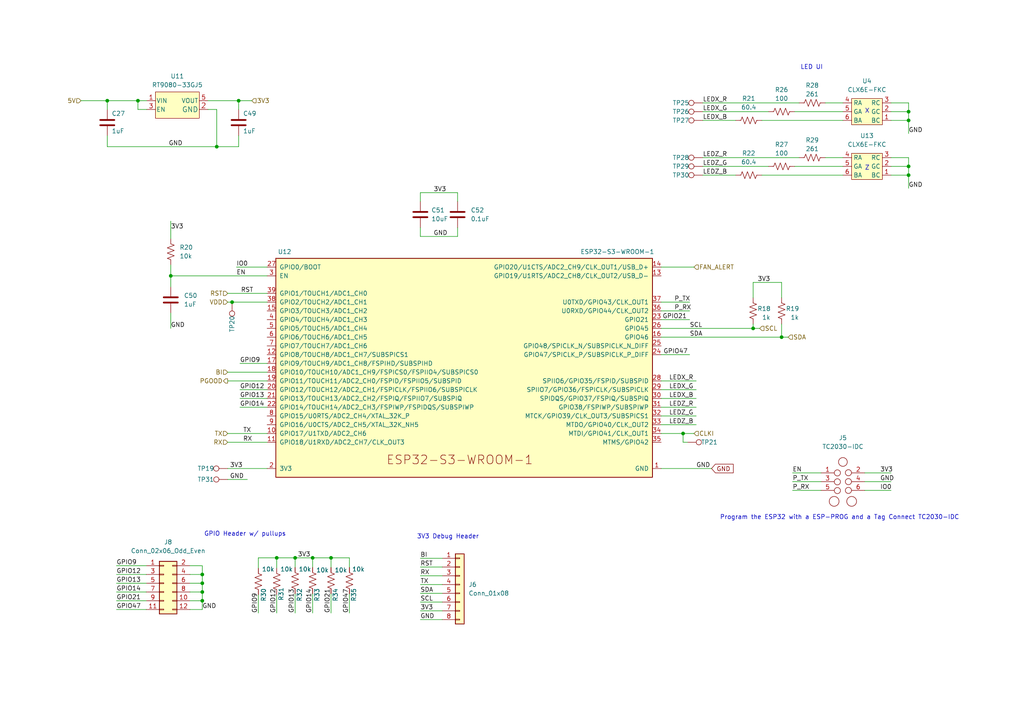
<source format=kicad_sch>
(kicad_sch (version 20211123) (generator eeschema)
  (paper "A4")
  (lib_symbols
    (symbol "CLX6E-FKC_1"
      (property "Reference" "U" (at 3.81 5.08 0))
      (property "Value" "CLX6E-FKC_1" (at 1.27 -5.08 0))
      (symbol "CLX6E-FKC_1_0_1"
        (rectangle (start -3.81 3.81) (end 5.08 -3.81) (stroke (width 0.1524)) (fill (type background)))
      )
      (symbol "CLX6E-FKC_1_1_1"
        (pin bidirectional line (at 7.62 -2.54 180) (length 2.54) (name "BC") (number "1"))
        (pin bidirectional line (at 7.62 0 180) (length 2.54) (name "GC") (number "2"))
        (pin bidirectional line (at 7.62 2.54 180) (length 2.54) (name "RC") (number "3"))
        (pin bidirectional line (at -6.35 2.54 0) (length 2.54) (name "RA") (number "4"))
        (pin bidirectional line (at -6.35 0 0) (length 2.54) (name "GA") (number "5"))
        (pin input line (at -6.35 -2.54 0) (length 2.54) (name "BA") (number "6"))
      )
    )
    (symbol "Connector:TestPoint" (pin_numbers hide) (pin_names (offset 0.762) hide)
      (property "Reference" "TP" (at 0 6.858 0))
      (property "Value" "TestPoint" (at 0 5.08 0))
      (symbol "TestPoint_0_1"
        (circle (center 0 3.302) (radius 0.762))
      )
      (symbol "TestPoint_1_1"
        (pin passive line (at 0 0 90) (length 2.54) (name "1") (number "1"))
      )
    )
    (symbol "Connector_Generic:Conn_01x08" (pin_names (offset 1.016) hide)
      (property "Reference" "J" (at 0 10.16 0))
      (property "Value" "Conn_01x08" (at 0 -12.7 0))
      (symbol "Conn_01x08_1_1"
        (rectangle (start -1.27 -10.033) (end 0 -10.287) (stroke (width 0.1524)))
        (rectangle (start -1.27 -7.493) (end 0 -7.747) (stroke (width 0.1524)))
        (rectangle (start -1.27 -4.953) (end 0 -5.207) (stroke (width 0.1524)))
        (rectangle (start -1.27 -2.413) (end 0 -2.667) (stroke (width 0.1524)))
        (rectangle (start -1.27 0.127) (end 0 -0.127) (stroke (width 0.1524)))
        (rectangle (start -1.27 2.667) (end 0 2.413) (stroke (width 0.1524)))
        (rectangle (start -1.27 5.207) (end 0 4.953) (stroke (width 0.1524)))
        (rectangle (start -1.27 7.747) (end 0 7.493) (stroke (width 0.1524)))
        (rectangle (start -1.27 8.89) (end 1.27 -11.43) (stroke (width 0.254)) (fill (type background)))
        (pin passive line (at -5.08 7.62 0) (length 3.81) (name "Pin_1") (number "1"))
        (pin passive line (at -5.08 5.08 0) (length 3.81) (name "Pin_2") (number "2"))
        (pin passive line (at -5.08 2.54 0) (length 3.81) (name "Pin_3") (number "3"))
        (pin passive line (at -5.08 0 0) (length 3.81) (name "Pin_4") (number "4"))
        (pin passive line (at -5.08 -2.54 0) (length 3.81) (name "Pin_5") (number "5"))
        (pin passive line (at -5.08 -5.08 0) (length 3.81) (name "Pin_6") (number "6"))
        (pin passive line (at -5.08 -7.62 0) (length 3.81) (name "Pin_7") (number "7"))
        (pin passive line (at -5.08 -10.16 0) (length 3.81) (name "Pin_8") (number "8"))
      )
    )
    (symbol "Connector_Generic:Conn_02x06_Odd_Even" (pin_names (offset 1.016) hide)
      (property "Reference" "J" (at 1.27 7.62 0))
      (property "Value" "Conn_02x06_Odd_Even" (at 1.27 -10.16 0))
      (symbol "Conn_02x06_Odd_Even_1_1"
        (rectangle (start -1.27 -7.493) (end 0 -7.747) (stroke (width 0.1524)))
        (rectangle (start -1.27 -4.953) (end 0 -5.207) (stroke (width 0.1524)))
        (rectangle (start -1.27 -2.413) (end 0 -2.667) (stroke (width 0.1524)))
        (rectangle (start -1.27 0.127) (end 0 -0.127) (stroke (width 0.1524)))
        (rectangle (start -1.27 2.667) (end 0 2.413) (stroke (width 0.1524)))
        (rectangle (start -1.27 5.207) (end 0 4.953) (stroke (width 0.1524)))
        (rectangle (start -1.27 6.35) (end 3.81 -8.89) (stroke (width 0.254)) (fill (type background)))
        (rectangle (start 3.81 -7.493) (end 2.54 -7.747) (stroke (width 0.1524)))
        (rectangle (start 3.81 -4.953) (end 2.54 -5.207) (stroke (width 0.1524)))
        (rectangle (start 3.81 -2.413) (end 2.54 -2.667) (stroke (width 0.1524)))
        (rectangle (start 3.81 0.127) (end 2.54 -0.127) (stroke (width 0.1524)))
        (rectangle (start 3.81 2.667) (end 2.54 2.413) (stroke (width 0.1524)))
        (rectangle (start 3.81 5.207) (end 2.54 4.953) (stroke (width 0.1524)))
        (pin passive line (at -5.08 5.08 0) (length 3.81) (name "Pin_1") (number "1"))
        (pin passive line (at 7.62 -5.08 180) (length 3.81) (name "Pin_10") (number "10"))
        (pin passive line (at -5.08 -7.62 0) (length 3.81) (name "Pin_11") (number "11"))
        (pin passive line (at 7.62 -7.62 180) (length 3.81) (name "Pin_12") (number "12"))
        (pin passive line (at 7.62 5.08 180) (length 3.81) (name "Pin_2") (number "2"))
        (pin passive line (at -5.08 2.54 0) (length 3.81) (name "Pin_3") (number "3"))
        (pin passive line (at 7.62 2.54 180) (length 3.81) (name "Pin_4") (number "4"))
        (pin passive line (at -5.08 0 0) (length 3.81) (name "Pin_5") (number "5"))
        (pin passive line (at 7.62 0 180) (length 3.81) (name "Pin_6") (number "6"))
        (pin passive line (at -5.08 -2.54 0) (length 3.81) (name "Pin_7") (number "7"))
        (pin passive line (at 7.62 -2.54 180) (length 3.81) (name "Pin_8") (number "8"))
        (pin passive line (at -5.08 -5.08 0) (length 3.81) (name "Pin_9") (number "9"))
      )
    )
    (symbol "Device:C" (pin_numbers hide) (pin_names (offset 0.254))
      (property "Reference" "C" (at 0.635 2.54 0))
      (property "Value" "C" (at 0.635 -2.54 0))
      (symbol "C_0_1"
        (polyline (pts (xy -2.032 -0.762) (xy 2.032 -0.762)) (stroke (width 0.508)))
        (polyline (pts (xy -2.032 0.762) (xy 2.032 0.762)) (stroke (width 0.508)))
      )
      (symbol "C_1_1"
        (pin passive line (at 0 3.81 270) (length 2.794) (name "~") (number "1"))
        (pin passive line (at 0 -3.81 90) (length 2.794) (name "~") (number "2"))
      )
    )
    (symbol "Device:R_US" (pin_numbers hide) (pin_names (offset 0))
      (property "Reference" "R" (at 2.54 0 90))
      (property "Value" "R_US" (at -2.54 0 90))
      (symbol "R_US_0_1"
        (polyline (pts (xy 0 -2.286) (xy 0 -2.54)))
        (polyline (pts (xy 0 2.286) (xy 0 2.54)))
        (polyline (pts (xy 0 -0.762) (xy 1.016 -1.143) (xy 0 -1.524) (xy -1.016 -1.905) (xy 0 -2.286)))
        (polyline (pts (xy 0 0.762) (xy 1.016 0.381) (xy 0 0) (xy -1.016 -0.381) (xy 0 -0.762)))
        (polyline (pts (xy 0 2.286) (xy 1.016 1.905) (xy 0 1.524) (xy -1.016 1.143) (xy 0 0.762)))
      )
      (symbol "R_US_1_1"
        (pin passive line (at 0 3.81 270) (length 1.27) (name "~") (number "1"))
        (pin passive line (at 0 -3.81 90) (length 1.27) (name "~") (number "2"))
      )
    )
    (symbol "Espressif:ESP32-S3-WROOM-1" (pin_names (offset 1.016))
      (property "Reference" "U" (at -53.34 38.1 0))
      (property "Value" "ESP32-S3-WROOM-1" (at -53.34 35.56 0))
      (symbol "ESP32-S3-WROOM-1_0_0"
        (rectangle (start -53.34 33.02) (end 55.88 -30.48) (stroke (width 0.254)) (fill (type background)))
        (text "ESP32-S3-WROOM-1" (at 0 -25.4 0) (effects (font (size 2.54 2.54))))
        (pin power_in line (at 58.42 -27.94 180) (length 2.54) (name "GND") (number "1"))
        (pin bidirectional line (at -55.88 -17.78 0) (length 2.54) (name "GPIO17/U1TXD/ADC2_CH6") (number "10"))
        (pin bidirectional line (at -55.88 -20.32 0) (length 2.54) (name "GPIO18/U1RXD/ADC2_CH7/CLK_OUT3") (number "11"))
        (pin bidirectional line (at -55.88 5.08 0) (length 2.54) (name "GPIO8/TOUCH8/ADC1_CH7/SUBSPICS1") (number "12"))
        (pin bidirectional line (at 58.42 27.94 180) (length 2.54) (name "GPIO19/U1RTS/ADC2_CH8/CLK_OUT2/USB_D-") (number "13"))
        (pin bidirectional line (at 58.42 30.48 180) (length 2.54) (name "GPIO20/U1CTS/ADC2_CH9/CLK_OUT1/USB_D+") (number "14"))
        (pin bidirectional line (at -55.88 17.78 0) (length 2.54) (name "GPIO3/TOUCH3/ADC1_CH2") (number "15"))
        (pin bidirectional line (at 58.42 10.16 180) (length 2.54) (name "GPIO46") (number "16"))
        (pin bidirectional line (at -55.88 2.54 0) (length 2.54) (name "GPIO9/TOUCH9/ADC1_CH8/FSPIHD/SUBSPIHD") (number "17"))
        (pin bidirectional line (at -55.88 0 0) (length 2.54) (name "GPIO10/TOUCH10/ADC1_CH9/FSPICS0/FSPIIO4/SUBSPICS0") (number "18"))
        (pin bidirectional line (at -55.88 -2.54 0) (length 2.54) (name "GPIO11/TOUCH11/ADC2_CH0/FSPID/FSPIIO5/SUBSPID") (number "19"))
        (pin power_in line (at -55.88 -27.94 0) (length 2.54) (name "3V3") (number "2"))
        (pin bidirectional line (at -55.88 -5.08 0) (length 2.54) (name "GPIO12/TOUCH12/ADC2_CH1/FSPICLK/FSPIIO6/SUBSPICLK") (number "20"))
        (pin bidirectional line (at -55.88 -7.62 0) (length 2.54) (name "GPIO13/TOUCH13/ADC2_CH2/FSPIQ/FSPIIO7/SUBSPIQ") (number "21"))
        (pin bidirectional line (at -55.88 -10.16 0) (length 2.54) (name "GPIO14/TOUCH14/ADC2_CH3/FSPIWP/FSPIDQS/SUBSPIWP") (number "22"))
        (pin bidirectional line (at 58.42 15.24 180) (length 2.54) (name "GPIO21") (number "23"))
        (pin bidirectional line (at 58.42 5.08 180) (length 2.54) (name "GPIO47/SPICLK_P/SUBSPICLK_P_DIFF") (number "24"))
        (pin bidirectional line (at 58.42 7.62 180) (length 2.54) (name "GPIO48/SPICLK_N/SUBSPICLK_N_DIFF") (number "25"))
        (pin bidirectional line (at 58.42 12.7 180) (length 2.54) (name "GPIO45") (number "26"))
        (pin bidirectional line (at -55.88 30.48 0) (length 2.54) (name "GPIO0/BOOT") (number "27"))
        (pin bidirectional line (at 58.42 -2.54 180) (length 2.54) (name "SPIIO6/GPIO35/FSPID/SUBSPID") (number "28"))
        (pin bidirectional line (at 58.42 -5.08 180) (length 2.54) (name "SPIIO7/GPIO36/FSPICLK/SUBSPICLK") (number "29"))
        (pin input line (at -55.88 27.94 0) (length 2.54) (name "EN") (number "3"))
        (pin bidirectional line (at 58.42 -7.62 180) (length 2.54) (name "SPIDQS/GPIO37/FSPIQ/SUBSPIQ") (number "30"))
        (pin bidirectional line (at 58.42 -10.16 180) (length 2.54) (name "GPIO38/FSPIWP/SUBSPIWP") (number "31"))
        (pin bidirectional line (at 58.42 -12.7 180) (length 2.54) (name "MTCK/GPIO39/CLK_OUT3/SUBSPICS1") (number "32"))
        (pin bidirectional line (at 58.42 -15.24 180) (length 2.54) (name "MTDO/GPIO40/CLK_OUT2") (number "33"))
        (pin bidirectional line (at 58.42 -17.78 180) (length 2.54) (name "MTDI/GPIO41/CLK_OUT1") (number "34"))
        (pin bidirectional line (at 58.42 -20.32 180) (length 2.54) (name "MTMS/GPIO42") (number "35"))
        (pin bidirectional line (at 58.42 17.78 180) (length 2.54) (name "U0RXD/GPIO44/CLK_OUT2") (number "36"))
        (pin bidirectional line (at 58.42 20.32 180) (length 2.54) (name "U0TXD/GPIO43/CLK_OUT1") (number "37"))
        (pin bidirectional line (at -55.88 20.32 0) (length 2.54) (name "GPIO2/TOUCH2/ADC1_CH1") (number "38"))
        (pin bidirectional line (at -55.88 22.86 0) (length 2.54) (name "GPIO1/TOUCH1/ADC1_CH0") (number "39"))
        (pin bidirectional line (at -55.88 15.24 0) (length 2.54) (name "GPIO4/TOUCH4/ADC1_CH3") (number "4"))
        (pin passive line (at 58.42 -27.94 180) (length 2.54) hide (name "GND") (number "40"))
        (pin passive line (at 58.42 -27.94 180) (length 2.54) hide (name "GND") (number "41"))
        (pin bidirectional line (at -55.88 12.7 0) (length 2.54) (name "GPIO5/TOUCH5/ADC1_CH4") (number "5"))
        (pin bidirectional line (at -55.88 10.16 0) (length 2.54) (name "GPIO6/TOUCH6/ADC1_CH5") (number "6"))
        (pin bidirectional line (at -55.88 7.62 0) (length 2.54) (name "GPIO7/TOUCH7/ADC1_CH6") (number "7"))
        (pin bidirectional line (at -55.88 -12.7 0) (length 2.54) (name "GPIO15/U0RTS/ADC2_CH4/XTAL_32K_P") (number "8"))
        (pin bidirectional line (at -55.88 -15.24 0) (length 2.54) (name "GPIO16/U0CTS/ADC2_CH5/XTAL_32K_NH5") (number "9"))
      )
    )
    (symbol "Espressif:TC2030-IDC-NL" (pin_names (offset 1.016) hide)
      (property "Reference" "J" (at 0 -8.89 0))
      (property "Value" "TC2030-IDC-NL" (at 0.635 -11.43 0))
      (symbol "TC2030-IDC-NL_0_1"
        (circle (center -2.54 -5.715) (radius 1.4224))
        (circle (center -1.6002 2.54) (radius 0.889))
        (circle (center 0 5.715) (radius 1.27))
      )
      (symbol "TC2030-IDC-NL_1_1"
        (circle (center -1.6002 -2.5908) (radius 0.889))
        (circle (center -1.6002 -0.0508) (radius 0.889))
        (circle (center 1.6002 -2.54) (radius 0.889))
        (circle (center 1.6002 0) (radius 0.889))
        (circle (center 1.6002 2.5908) (radius 0.889))
        (circle (center 2.54 -5.715) (radius 1.4224))
        (pin passive line (at -6.35 2.54 0) (length 3.81) (name "Pin_1") (number "1"))
        (pin passive line (at 6.35 2.54 180) (length 3.81) (name "Pin_2") (number "2"))
        (pin passive line (at -6.35 0 0) (length 3.81) (name "Pin_3") (number "3"))
        (pin passive line (at 6.35 0 180) (length 3.81) (name "Pin_4") (number "4"))
        (pin passive line (at -6.35 -2.54 0) (length 3.81) (name "Pin_5") (number "5"))
        (pin passive line (at 6.35 -2.54 180) (length 3.81) (name "Pin_6") (number "6"))
      )
    )
    (symbol "bitaxe:RT9080-33GJ5" (pin_names (offset 0.254))
      (property "Reference" "U" (at -6.35 5.08 0))
      (property "Value" "RT9080-33GJ5" (at 0 -5.08 0))
      (symbol "RT9080-33GJ5_1_1"
        (rectangle (start -6.35 3.81) (end 6.35 -3.81) (stroke (width 0.1524)) (fill (type background)))
        (pin power_in line (at -8.89 1.27 0) (length 2.54) (name "VIN") (number "1"))
        (pin power_in line (at 8.89 -1.27 180) (length 2.54) (name "GND") (number "2"))
        (pin input line (at -8.89 -1.27 0) (length 2.54) (name "EN") (number "3"))
        (pin output line (at 8.89 1.27 180) (length 2.54) (name "VOUT") (number "5"))
      )
    )
  )
  (junction (at 198.12 125.73))
  (junction (at 85.598 161.798))
  (junction (at 58.674 171.704))
  (junction (at 96.012 161.798))
  (junction (at 263.525 32.385))
  (junction (at 263.525 34.925))
  (junction (at 62.865 42.545))
  (junction (at 263.525 48.26))
  (junction (at 90.678 161.798))
  (junction (at 263.525 50.8))
  (junction (at 40.005 29.21))
  (junction (at 58.674 174.244))
  (junction (at 58.674 169.164))
  (junction (at 80.264 161.798))
  (junction (at 218.44 95.25))
  (junction (at 49.53 80.01))
  (junction (at 69.215 29.21))
  (junction (at 58.674 166.624))
  (junction (at 226.695 97.79))
  (junction (at 67.31 87.63))
  (junction (at 31.115 29.21))
  (wire (pts (xy 33.782 176.784) (xy 42.418 176.784)))
  (wire (pts (xy 121.92 172.085) (xy 128.27 172.085)))
  (wire (pts (xy 121.92 177.165) (xy 128.27 177.165)))
  (wire (pts (xy 121.92 55.88) (xy 121.92 58.42)))
  (wire (pts (xy 218.44 95.25) (xy 220.345 95.25)))
  (wire (pts (xy 191.77 113.03) (xy 201.93 113.03)))
  (wire (pts (xy 31.115 29.21) (xy 31.115 31.75)))
  (wire (pts (xy 258.445 32.385) (xy 263.525 32.385)))
  (wire (pts (xy 96.012 172.212) (xy 96.012 177.8)))
  (wire (pts (xy 55.118 174.244) (xy 58.674 174.244)))
  (wire (pts (xy 55.118 166.624) (xy 58.674 166.624)))
  (wire (pts (xy 33.782 166.624) (xy 42.418 166.624)))
  (wire (pts (xy 58.674 169.164) (xy 58.674 171.704)))
  (wire (pts (xy 239.395 29.845) (xy 244.475 29.845)))
  (wire (pts (xy 60.325 31.75) (xy 62.865 31.75)))
  (wire (pts (xy 58.674 164.084) (xy 58.674 166.624)))
  (wire (pts (xy 90.678 161.798) (xy 96.012 161.798)))
  (wire (pts (xy 258.445 50.8) (xy 263.525 50.8)))
  (wire (pts (xy 250.825 139.7) (xy 258.445 139.7)))
  (wire (pts (xy 263.525 32.385) (xy 263.525 34.925)))
  (wire (pts (xy 191.77 95.25) (xy 218.44 95.25)))
  (wire (pts (xy 69.215 39.37) (xy 69.215 42.545)))
  (wire (pts (xy 226.695 93.98) (xy 226.695 97.79)))
  (wire (pts (xy 55.118 164.084) (xy 58.674 164.084)))
  (wire (pts (xy 66.04 110.49) (xy 77.47 110.49)))
  (wire (pts (xy 132.715 68.58) (xy 121.92 68.58)))
  (wire (pts (xy 55.118 176.784) (xy 58.674 176.784)))
  (wire (pts (xy 62.865 31.75) (xy 62.865 42.545)))
  (wire (pts (xy 220.98 34.925) (xy 244.475 34.925)))
  (wire (pts (xy 250.825 137.16) (xy 258.445 137.16)))
  (wire (pts (xy 69.215 29.21) (xy 69.215 31.75)))
  (wire (pts (xy 80.264 161.798) (xy 85.598 161.798)))
  (wire (pts (xy 77.47 125.73) (xy 66.04 125.73)))
  (wire (pts (xy 132.715 66.04) (xy 132.715 68.58)))
  (wire (pts (xy 49.53 76.835) (xy 49.53 80.01)))
  (wire (pts (xy 263.525 34.925) (xy 263.525 38.735)))
  (wire (pts (xy 40.005 29.21) (xy 42.545 29.21)))
  (wire (pts (xy 191.77 92.71) (xy 200.025 92.71)))
  (wire (pts (xy 226.695 81.915) (xy 226.695 86.36)))
  (wire (pts (xy 191.77 102.87) (xy 200.025 102.87)))
  (wire (pts (xy 85.598 161.798) (xy 90.678 161.798)))
  (wire (pts (xy 49.53 90.805) (xy 49.53 95.25)))
  (wire (pts (xy 69.596 118.11) (xy 77.47 118.11)))
  (wire (pts (xy 58.674 171.704) (xy 58.674 174.244)))
  (wire (pts (xy 198.12 128.27) (xy 198.12 125.73)))
  (wire (pts (xy 218.44 81.915) (xy 218.44 86.36)))
  (wire (pts (xy 85.598 161.798) (xy 85.598 164.592)))
  (wire (pts (xy 77.47 85.09) (xy 66.04 85.09)))
  (wire (pts (xy 230.505 48.26) (xy 244.475 48.26)))
  (wire (pts (xy 66.04 107.95) (xy 77.47 107.95)))
  (wire (pts (xy 68.58 77.47) (xy 77.47 77.47)))
  (wire (pts (xy 191.77 120.65) (xy 201.93 120.65)))
  (wire (pts (xy 191.77 115.57) (xy 201.93 115.57)))
  (wire (pts (xy 220.98 50.8) (xy 244.475 50.8)))
  (wire (pts (xy 203.835 34.925) (xy 213.36 34.925)))
  (wire (pts (xy 55.118 171.704) (xy 58.674 171.704)))
  (wire (pts (xy 55.118 169.164) (xy 58.674 169.164)))
  (wire (pts (xy 23.495 29.21) (xy 31.115 29.21)))
  (wire (pts (xy 199.39 128.27) (xy 198.12 128.27)))
  (wire (pts (xy 222.885 48.26) (xy 203.835 48.26)))
  (wire (pts (xy 250.825 142.24) (xy 258.445 142.24)))
  (wire (pts (xy 191.77 123.19) (xy 201.93 123.19)))
  (wire (pts (xy 203.835 50.8) (xy 213.36 50.8)))
  (wire (pts (xy 191.77 77.47) (xy 201.295 77.47)))
  (wire (pts (xy 121.92 174.625) (xy 128.27 174.625)))
  (wire (pts (xy 74.93 161.798) (xy 80.264 161.798)))
  (wire (pts (xy 258.445 48.26) (xy 263.525 48.26)))
  (wire (pts (xy 33.782 169.164) (xy 42.418 169.164)))
  (wire (pts (xy 263.525 48.26) (xy 263.525 50.8)))
  (wire (pts (xy 218.44 81.915) (xy 226.695 81.915)))
  (wire (pts (xy 230.505 32.385) (xy 244.475 32.385)))
  (wire (pts (xy 226.695 97.79) (xy 228.6 97.79)))
  (wire (pts (xy 191.77 90.17) (xy 200.025 90.17)))
  (wire (pts (xy 77.47 128.27) (xy 66.04 128.27)))
  (wire (pts (xy 191.77 110.49) (xy 201.93 110.49)))
  (wire (pts (xy 33.782 164.084) (xy 42.418 164.084)))
  (wire (pts (xy 229.87 142.24) (xy 238.125 142.24)))
  (wire (pts (xy 49.53 80.01) (xy 77.47 80.01)))
  (wire (pts (xy 80.264 172.466) (xy 80.264 177.8)))
  (wire (pts (xy 198.12 125.73) (xy 201.295 125.73)))
  (wire (pts (xy 191.77 97.79) (xy 226.695 97.79)))
  (wire (pts (xy 49.53 64.135) (xy 49.53 69.215)))
  (wire (pts (xy 96.012 161.798) (xy 96.012 164.592)))
  (wire (pts (xy 66.04 139.065) (xy 71.755 139.065)))
  (wire (pts (xy 69.215 29.21) (xy 73.025 29.21)))
  (wire (pts (xy 33.782 174.244) (xy 42.418 174.244)))
  (wire (pts (xy 31.115 29.21) (xy 40.005 29.21)))
  (wire (pts (xy 121.92 167.005) (xy 128.27 167.005)))
  (wire (pts (xy 121.92 169.545) (xy 128.27 169.545)))
  (wire (pts (xy 191.77 118.11) (xy 201.93 118.11)))
  (wire (pts (xy 80.264 161.798) (xy 80.264 164.846)))
  (wire (pts (xy 101.346 161.798) (xy 101.346 164.592)))
  (wire (pts (xy 90.678 172.212) (xy 90.678 177.8)))
  (wire (pts (xy 33.782 171.704) (xy 42.418 171.704)))
  (wire (pts (xy 263.525 45.72) (xy 263.525 48.26)))
  (wire (pts (xy 191.77 135.89) (xy 206.375 135.89)))
  (wire (pts (xy 229.87 139.7) (xy 238.125 139.7)))
  (wire (pts (xy 31.115 42.545) (xy 31.115 39.37)))
  (wire (pts (xy 67.31 87.63) (xy 77.47 87.63)))
  (wire (pts (xy 263.525 50.8) (xy 263.525 54.61)))
  (wire (pts (xy 121.92 68.58) (xy 121.92 66.04)))
  (wire (pts (xy 121.92 161.925) (xy 128.27 161.925)))
  (wire (pts (xy 203.835 45.72) (xy 231.775 45.72)))
  (wire (pts (xy 69.596 115.57) (xy 77.47 115.57)))
  (wire (pts (xy 85.598 172.212) (xy 85.598 177.8)))
  (wire (pts (xy 42.545 31.75) (xy 40.005 31.75)))
  (wire (pts (xy 258.445 34.925) (xy 263.525 34.925)))
  (wire (pts (xy 229.87 137.16) (xy 238.125 137.16)))
  (wire (pts (xy 69.596 105.41) (xy 77.47 105.41)))
  (wire (pts (xy 191.77 87.63) (xy 200.025 87.63)))
  (wire (pts (xy 40.005 31.75) (xy 40.005 29.21)))
  (wire (pts (xy 74.93 164.846) (xy 74.93 161.798)))
  (wire (pts (xy 90.678 161.798) (xy 90.678 164.592)))
  (wire (pts (xy 191.77 125.73) (xy 198.12 125.73)))
  (wire (pts (xy 121.92 179.705) (xy 128.27 179.705)))
  (wire (pts (xy 101.346 172.212) (xy 101.346 177.8)))
  (wire (pts (xy 49.53 80.01) (xy 49.53 83.185)))
  (wire (pts (xy 239.395 45.72) (xy 244.475 45.72)))
  (wire (pts (xy 218.44 93.98) (xy 218.44 95.25)))
  (wire (pts (xy 96.012 161.798) (xy 101.346 161.798)))
  (wire (pts (xy 203.835 29.845) (xy 231.775 29.845)))
  (wire (pts (xy 258.445 29.845) (xy 263.525 29.845)))
  (wire (pts (xy 132.715 55.88) (xy 121.92 55.88)))
  (wire (pts (xy 258.445 45.72) (xy 263.525 45.72)))
  (wire (pts (xy 74.93 172.466) (xy 74.93 177.8)))
  (wire (pts (xy 121.92 164.465) (xy 128.27 164.465)))
  (wire (pts (xy 222.885 32.385) (xy 203.835 32.385)))
  (wire (pts (xy 66.04 135.89) (xy 77.47 135.89)))
  (wire (pts (xy 132.715 58.42) (xy 132.715 55.88)))
  (wire (pts (xy 69.596 113.03) (xy 77.47 113.03)))
  (wire (pts (xy 263.525 29.845) (xy 263.525 32.385)))
  (wire (pts (xy 66.04 87.63) (xy 67.31 87.63)))
  (wire (pts (xy 69.215 42.545) (xy 62.865 42.545)))
  (wire (pts (xy 60.325 29.21) (xy 69.215 29.21)))
  (wire (pts (xy 58.674 174.244) (xy 58.674 176.784)))
  (wire (pts (xy 62.865 42.545) (xy 31.115 42.545)))
  (wire (pts (xy 58.674 166.624) (xy 58.674 169.164)))
  (text "X" (at 250.825 33.02 0) (effects (font (size 1.27 1.27)) (justify left bottom)))
  (text "Z" (at 250.825 49.53 0) (effects (font (size 1.27 1.27)) (justify left bottom)))
  (text "Program the ESP32 with a ESP-PROG and a Tag Connect TC2030-IDC" (at 208.788 150.876 0) (effects (font (size 1.27 1.27)) (justify left bottom)))
  (text "3V3 Debug Header" (at 120.904 156.464 0) (effects (font (size 1.27 1.27)) (justify left bottom)))
  (text "GPIO Header w/ pullups" (at 59.182 155.702 0) (effects (font (size 1.27 1.27)) (justify left bottom)))
  (text "LED UI" (at 232.156 20.32 0) (effects (font (size 1.27 1.27)) (justify left bottom)))
  (label "LEDZ_G" (at 203.835 48.26 0))
  (label "GPIO9" (at 74.93 177.8 90))
  (label "P_RX" (at 229.87 142.24 0))
  (label "RX" (at 121.92 167.005 0))
  (label "EN" (at 68.58 80.01 0))
  (label "GPIO13" (at 85.598 177.8 90))
  (label "RST" (at 121.92 164.465 0))
  (label "RST" (at 69.85 85.09 0))
  (label "GPIO9" (at 33.782 164.084 0))
  (label "SDA" (at 121.92 172.085 0))
  (label "GND" (at 263.525 54.61 0))
  (label "GPIO12" (at 80.264 177.8 90))
  (label "LEDX_G" (at 194.056 113.03 0))
  (label "P_TX" (at 229.87 139.7 0))
  (label "GPIO14" (at 69.596 118.11 0))
  (label "GPIO21" (at 192.151 92.71 0))
  (label "EN" (at 229.87 137.16 0))
  (label "GPIO12" (at 69.596 113.03 0))
  (label "3V3" (at 86.36 161.798 0))
  (label "P_RX" (at 195.58 90.17 0))
  (label "GPIO14" (at 33.782 171.704 0))
  (label "GPIO47" (at 101.346 177.8 90))
  (label "GPIO21" (at 96.012 177.8 90))
  (label "LEDX_G" (at 203.835 32.385 0))
  (label "GND" (at 125.73 68.58 0))
  (label "3V3" (at 66.675 135.89 0))
  (label "3V3" (at 219.71 81.915 0))
  (label "GPIO47" (at 192.405 102.87 0))
  (label "GPIO13" (at 69.596 115.57 0))
  (label "GPIO13" (at 33.782 169.164 0))
  (label "IO0" (at 68.58 77.47 0))
  (label "SDA" (at 200.025 97.79 0))
  (label "BI" (at 121.92 161.925 0))
  (label "GND" (at 66.675 139.065 0))
  (label "GPIO47" (at 33.782 176.784 0))
  (label "TX" (at 70.485 125.73 0))
  (label "3V3" (at 255.27 137.16 0))
  (label "GND" (at 58.674 176.784 0))
  (label "LEDX_R" (at 194.056 110.49 0))
  (label "LEDZ_R" (at 203.835 45.72 0))
  (label "GPIO12" (at 33.782 166.624 0))
  (label "IO0" (at 255.27 142.24 0))
  (label "SCL" (at 121.92 174.625 0))
  (label "SCL" (at 200.025 95.25 0))
  (label "GND" (at 201.93 135.89 0))
  (label "TX" (at 121.92 169.545 0))
  (label "3V3" (at 125.73 55.88 0))
  (label "3V3" (at 121.92 177.165 0))
  (label "LEDX_R" (at 203.835 29.845 0))
  (label "3V3" (at 49.53 66.675 0))
  (label "LEDZ_B" (at 194.056 123.19 0))
  (label "GND" (at 49.53 95.25 0))
  (label "P_TX" (at 195.58 87.63 0))
  (label "GND" (at 121.92 179.705 0))
  (label "LEDZ_R" (at 194.056 118.11 0))
  (label "LEDZ_G" (at 194.056 120.65 0))
  (label "GPIO9" (at 69.596 105.41 0))
  (label "GND" (at 255.27 139.7 0))
  (label "GND" (at 48.895 42.545 0))
  (label "GPIO21" (at 33.782 174.244 0))
  (label "LEDX_B" (at 194.056 115.57 0))
  (label "RX" (at 70.485 128.27 0))
  (label "GPIO14" (at 90.678 177.8 90))
  (label "LEDZ_B" (at 203.835 50.8 0))
  (label "LEDX_B" (at 203.835 34.925 0))
  (label "GND" (at 263.525 38.735 0))
  (global_label "GND" (shape input) (at 206.375 135.89 0) (property "Intersheet References" "${INTERSHEET_REFS}" (effects hide)))
  (hierarchical_label "TX" (shape input) (at 66.04 125.73 180))
  (hierarchical_label "RX" (shape input) (at 66.04 128.27 180))
  (hierarchical_label "CLKI" (shape input) (at 201.295 125.73 0))
  (hierarchical_label "FAN_ALERT" (shape input) (at 201.295 77.47 0))
  (hierarchical_label "BI" (shape input) (at 66.04 107.95 180))
  (hierarchical_label "3V3" (shape input) (at 73.025 29.21 0))
  (hierarchical_label "SCL" (shape input) (at 220.345 95.25 0))
  (hierarchical_label "RST" (shape input) (at 66.04 85.09 180))
  (hierarchical_label "SDA" (shape input) (at 228.6 97.79 0))
  (hierarchical_label "PGOOD" (shape output) (at 66.04 110.49 180))
  (hierarchical_label "5V" (shape input) (at 23.495 29.21 180))
  (hierarchical_label "VDD" (shape input) (at 66.04 87.63 180))
  (symbol (lib_id "Device:R_US") (at 101.346 168.402 0) (unit 1)
    (property "Reference" "R35" (at 102.616 174.498 90) (effects (justify left)))
    (property "Value" "10k" (at 102.108 165.1 0) (effects (justify left)))
    (property "Footprint" "Resistor_SMD:R_0402_1005Metric" (effects hide))
    (property "DK" "311-10KJRCT-ND" (effects hide))
  )
  (symbol (lib_id "Device:R_US") (at 235.585 29.845 90) (unit 1)
    (property "Reference" "R28" (at 235.585 24.765 90))
    (property "Value" "261" (at 235.585 27.305 90))
    (property "Footprint" "Resistor_SMD:R_0402_1005Metric" (effects hide))
    (property "DK" "YAG3078CT-ND" (effects hide))
  )
  (symbol (lib_id "Device:R_US") (at 218.44 90.17 180) (unit 1)
    (property "Reference" "R18" (at 221.615 89.535 0))
    (property "Value" "1k" (at 222.25 92.075 0))
    (property "Footprint" "Resistor_SMD:R_0402_1005Metric" (effects hide))
    (property "DK" "YAG2306CT-ND" (effects hide))
  )
  (symbol (lib_id "Device:C") (at 49.53 86.995 0) (unit 1)
    (property "Reference" "C50" (at 53.34 85.7249 0) (effects (justify left)))
    (property "Value" "1uF" (at 53.34 88.2649 0) (effects (justify left)))
    (property "Footprint" "Capacitor_SMD:C_0402_1005Metric" (effects hide))
    (property "DK" "587-5514-1-ND" (effects hide))
  )
  (symbol (lib_id "Device:R_US") (at 96.012 168.402 0) (unit 1)
    (property "Reference" "R34" (at 97.282 174.498 90) (effects (justify left)))
    (property "Value" "10k" (at 97.028 165.354 0) (effects (justify left)))
    (property "Footprint" "Resistor_SMD:R_0402_1005Metric" (effects hide))
    (property "DK" "311-10KJRCT-ND" (effects hide))
  )
  (symbol (lib_id "Connector:TestPoint") (at 203.835 34.925 90) (mirror x) (unit 1)
    (property "Reference" "TP27" (at 197.485 34.925 90))
    (property "Value" "TestPoint" (effects hide))
    (property "Footprint" "TestPoint:TestPoint_Pad_D1.5mm" (effects hide))
    (property "DNP" "T" (effects hide))
  )
  (symbol (lib_id "Connector:TestPoint") (at 203.835 48.26 90) (mirror x) (unit 1)
    (property "Reference" "TP29" (at 197.485 48.26 90))
    (property "Value" "TestPoint" (effects hide))
    (property "Footprint" "TestPoint:TestPoint_Pad_D1.5mm" (effects hide))
    (property "DNP" "T" (effects hide))
  )
  (symbol (lib_name "CLX6E-FKC_1") (lib_id "bitaxe:CLX6E-FKC") (at 250.825 32.385 0) (unit 1)
    (property "Reference" "U4" (at 251.46 23.495 0))
    (property "Value" "CLX6E-FKC" (at 251.46 26.035 0))
    (property "Footprint" "bitaxe:CLX6E-FKC-CH1M1D1BB7C3D3" (effects hide))
    (property "Datasheet" "https://assets.cree-led.com/a/ds/h/HB-CLX6E-FKC.pdf" (effects hide))
    (property "DK" "CLX6E-FKC-CH1M1D1BB7C3D3CT-ND" (effects hide))
    (property "PARTNO" "CLX6E-FKC-CH1M1D1BB7C3D3" (effects hide))
  )
  (symbol (lib_id "Device:C") (at 132.715 62.23 0) (unit 1)
    (property "Reference" "C52" (at 136.525 60.9599 0) (effects (justify left)))
    (property "Value" "0.1uF" (at 136.525 63.4999 0) (effects (justify left)))
    (property "Footprint" "Capacitor_SMD:C_0402_1005Metric" (effects hide))
    (property "DK" "1292-1639-1-ND" (effects hide))
  )
  (symbol (lib_id "Connector:TestPoint") (at 67.31 87.63 0) (mirror x) (unit 1)
    (property "Reference" "TP20" (at 67.31 93.98 90))
    (property "Value" "TestPoint" (effects hide))
    (property "Footprint" "TestPoint:TestPoint_Pad_D1.5mm" (effects hide))
    (property "DNP" "T" (effects hide))
  )
  (symbol (lib_id "Connector_Generic:Conn_02x06_Odd_Even") (at 47.498 169.164 0) (unit 1)
    (property "Reference" "J8" (at 48.768 157.226 0))
    (property "Value" "Conn_02x06_Odd_Even" (at 48.768 159.766 0))
    (property "Footprint" "Connector_PinHeader_2.54mm:PinHeader_2x06_P2.54mm_Vertical_SMD" (effects hide))
    (property "DNP" "T" (effects hide))
  )
  (symbol (lib_id "Device:R_US") (at 226.695 32.385 90) (unit 1)
    (property "Reference" "R26" (at 226.695 26.035 90))
    (property "Value" "100" (at 226.695 28.575 90))
    (property "Footprint" "Resistor_SMD:R_0402_1005Metric" (effects hide))
    (property "DK" "RMCF0402FT100RCT-ND" (effects hide))
  )
  (symbol (lib_id "Device:R_US") (at 235.585 45.72 90) (unit 1)
    (property "Reference" "R29" (at 235.585 40.64 90))
    (property "Value" "261" (at 235.585 43.18 90))
    (property "Footprint" "Resistor_SMD:R_0402_1005Metric" (effects hide))
    (property "DK" "YAG3078CT-ND" (effects hide))
  )
  (symbol (lib_id "Device:R_US") (at 226.695 90.17 180) (unit 1)
    (property "Reference" "R19" (at 229.87 89.535 0))
    (property "Value" "1k" (at 230.505 92.075 0))
    (property "Footprint" "Resistor_SMD:R_0402_1005Metric" (effects hide))
    (property "DK" "YAG2306CT-ND" (effects hide))
  )
  (symbol (lib_id "Device:R_US") (at 85.598 168.402 0) (unit 1)
    (property "Reference" "R32" (at 86.868 174.498 90) (effects (justify left)))
    (property "Value" "10k" (at 86.614 165.1 0) (effects (justify left)))
    (property "Footprint" "Resistor_SMD:R_0402_1005Metric" (effects hide))
    (property "DK" "311-10KJRCT-ND" (effects hide))
  )
  (symbol (lib_id "bitaxe:RT9080-33GJ5") (at 51.435 30.48 0) (unit 1)
    (property "Reference" "U11" (at 51.435 22.098 0))
    (property "Value" "RT9080-33GJ5" (at 51.435 24.638 0))
    (property "Footprint" "bitaxe:RT9080-33GJ5" (effects hide))
    (property "Datasheet" "https://www.richtek.com/assets/product_file/RT9080/DS9080-05.pdf" (effects hide))
    (property "DK" "1028-1509-1-ND" (effects hide))
    (property "PARTNO" "RT9080-33GJ5" (effects hide))
  )
  (symbol (lib_id "Connector:TestPoint") (at 203.835 50.8 90) (mirror x) (unit 1)
    (property "Reference" "TP30" (at 197.485 50.8 90))
    (property "Value" "TestPoint" (effects hide))
    (property "Footprint" "TestPoint:TestPoint_Pad_D1.5mm" (effects hide))
    (property "DNP" "T" (effects hide))
  )
  (symbol (lib_id "Device:R_US") (at 74.93 168.656 0) (unit 1)
    (property "Reference" "R30" (at 76.454 174.498 90) (effects (justify left)))
    (property "Value" "10k" (at 75.946 165.1 0) (effects (justify left)))
    (property "Footprint" "Resistor_SMD:R_0402_1005Metric" (effects hide))
    (property "DK" "311-10KJRCT-ND" (effects hide))
  )
  (symbol (lib_id "Device:R_US") (at 80.264 168.656 0) (unit 1)
    (property "Reference" "R31" (at 81.534 174.244 90) (effects (justify left)))
    (property "Value" "10k" (at 81.28 165.1 0) (effects (justify left)))
    (property "Footprint" "Resistor_SMD:R_0402_1005Metric" (effects hide))
    (property "DK" "311-10KJRCT-ND" (effects hide))
  )
  (symbol (lib_id "Connector:TestPoint") (at 66.04 139.065 90) (mirror x) (unit 1)
    (property "Reference" "TP31" (at 59.69 139.065 90))
    (property "Value" "TestPoint" (effects hide))
    (property "Footprint" "TestPoint:TestPoint_Pad_D1.5mm" (effects hide))
    (property "DNP" "T" (effects hide))
  )
  (symbol (lib_id "Device:R_US") (at 226.695 48.26 90) (unit 1)
    (property "Reference" "R27" (at 226.695 41.91 90))
    (property "Value" "100" (at 226.695 44.45 90))
    (property "Footprint" "Resistor_SMD:R_0402_1005Metric" (effects hide))
    (property "DK" "RMCF0402FT100RCT-ND" (effects hide))
  )
  (symbol (lib_id "Connector:TestPoint") (at 203.835 45.72 90) (mirror x) (unit 1)
    (property "Reference" "TP28" (at 197.485 45.72 90))
    (property "Value" "TestPoint" (effects hide))
    (property "Footprint" "TestPoint:TestPoint_Pad_D1.5mm" (effects hide))
    (property "DNP" "T" (effects hide))
  )
  (symbol (lib_id "Device:R_US") (at 90.678 168.402 0) (unit 1)
    (property "Reference" "R33" (at 91.948 174.498 90) (effects (justify left)))
    (property "Value" "10k" (at 91.694 165.354 0) (effects (justify left)))
    (property "Footprint" "Resistor_SMD:R_0402_1005Metric" (effects hide))
    (property "DK" "311-10KJRCT-ND" (effects hide))
  )
  (symbol (lib_id "Connector:TestPoint") (at 203.835 29.845 90) (mirror x) (unit 1)
    (property "Reference" "TP25" (at 197.485 29.845 90))
    (property "Value" "TestPoint" (effects hide))
    (property "Footprint" "TestPoint:TestPoint_Pad_D1.5mm" (effects hide))
    (property "DNP" "T" (effects hide))
  )
  (symbol (lib_id "Device:R_US") (at 49.53 73.025 0) (unit 1)
    (property "Reference" "R20" (at 52.07 71.7549 0) (effects (justify left)))
    (property "Value" "10k" (at 52.07 74.2949 0) (effects (justify left)))
    (property "Footprint" "Resistor_SMD:R_0402_1005Metric" (effects hide))
    (property "DK" "311-10KJRCT-ND" (effects hide))
  )
  (symbol (lib_id "Device:R_US") (at 217.17 34.925 90) (unit 1)
    (property "Reference" "R21" (at 217.17 28.575 90))
    (property "Value" "60.4" (at 217.17 31.115 90))
    (property "Footprint" "Resistor_SMD:R_0402_1005Metric" (effects hide))
    (property "DK" "311-60.4LRCT-ND" (effects hide))
  )
  (symbol (lib_id "Espressif:TC2030-IDC-NL") (at 244.475 139.7 0) (unit 1)
    (property "Reference" "J5" (at 244.475 127 0))
    (property "Value" "TC2030-IDC" (at 244.475 129.54 0))
    (property "Footprint" "Connector:Tag-Connect_TC2030-IDC-NL_2x03_P1.27mm_Vertical" (effects hide))
    (property "DNP" "T" (effects hide))
  )
  (symbol (lib_id "Device:C") (at 69.215 35.56 0) (unit 1)
    (property "Reference" "C49" (at 70.485 33.655 0) (effects (justify left bottom)))
    (property "Value" "1uF" (at 70.485 38.735 0) (effects (justify left bottom)))
    (property "Footprint" "Capacitor_SMD:C_0402_1005Metric" (effects hide))
    (property "DK" "587-5514-1-ND" (effects hide))
  )
  (symbol (lib_id "Device:C") (at 121.92 62.23 0) (unit 1)
    (property "Reference" "C51" (at 125.095 60.9599 0) (effects (justify left)))
    (property "Value" "10uF" (at 125.095 63.4999 0) (effects (justify left)))
    (property "Footprint" "Capacitor_SMD:C_0805_2012Metric" (effects hide))
    (property "DK" "1276-1096-1-ND" (effects hide))
  )
  (symbol (lib_id "Connector:TestPoint") (at 203.835 32.385 90) (mirror x) (unit 1)
    (property "Reference" "TP26" (at 197.485 32.385 90))
    (property "Value" "TestPoint" (effects hide))
    (property "Footprint" "TestPoint:TestPoint_Pad_D1.5mm" (effects hide))
    (property "DNP" "T" (effects hide))
  )
  (symbol (lib_id "Connector:TestPoint") (at 199.39 128.27 270) (mirror x) (unit 1)
    (property "Reference" "TP21" (at 205.74 128.27 90))
    (property "Value" "TestPoint" (effects hide))
    (property "Footprint" "TestPoint:TestPoint_Pad_D1.5mm" (effects hide))
    (property "DNP" "T" (effects hide))
  )
  (symbol (lib_id "Connector:TestPoint") (at 66.04 135.89 90) (mirror x) (unit 1)
    (property "Reference" "TP19" (at 59.69 135.89 90))
    (property "Value" "TestPoint" (effects hide))
    (property "Footprint" "TestPoint:TestPoint_Pad_D1.5mm" (effects hide))
    (property "DNP" "T" (effects hide))
  )
  (symbol (lib_id "Connector_Generic:Conn_01x08") (at 133.35 169.545 0) (unit 1)
    (property "Reference" "J6" (at 135.89 169.5449 0) (effects (justify left)))
    (property "Value" "Conn_01x08" (at 135.89 172.0849 0) (effects (justify left)))
    (property "Footprint" "Connector_PinHeader_2.54mm:PinHeader_1x08_P2.54mm_Vertical" (effects hide))
    (property "DNP" "T" (effects hide))
  )
  (symbol (lib_name "CLX6E-FKC_1") (lib_id "bitaxe:CLX6E-FKC") (at 250.825 48.26 0) (unit 1)
    (property "Reference" "U13" (at 251.46 39.37 0))
    (property "Value" "CLX6E-FKC" (at 251.46 41.91 0))
    (property "Footprint" "bitaxe:CLX6E-FKC-CH1M1D1BB7C3D3" (effects hide))
    (property "Datasheet" "https://assets.cree-led.com/a/ds/h/HB-CLX6E-FKC.pdf" (effects hide))
    (property "DK" "CLX6E-FKC-CH1M1D1BB7C3D3CT-ND" (effects hide))
    (property "PARTNO" "CLX6E-FKC-CH1M1D1BB7C3D3" (effects hide))
  )
  (symbol (lib_id "Device:C") (at 31.115 35.56 0) (unit 1)
    (property "Reference" "C27" (at 32.385 33.655 0) (effects (justify left bottom)))
    (property "Value" "1uF" (at 32.385 38.735 0) (effects (justify left bottom)))
    (property "Footprint" "Capacitor_SMD:C_0402_1005Metric" (effects hide))
    (property "DK" "587-5514-1-ND" (effects hide))
  )
  (symbol (lib_id "Device:R_US") (at 217.17 50.8 90) (unit 1)
    (property "Reference" "R22" (at 217.17 44.45 90))
    (property "Value" "60.4" (at 217.17 46.99 90))
    (property "Footprint" "Resistor_SMD:R_0402_1005Metric" (effects hide))
    (property "DK" "311-60.4LRCT-ND" (effects hide))
  )
  (symbol (lib_id "Espressif:ESP32-S3-WROOM-1") (at 133.35 107.95 0) (unit 1)
    (property "Reference" "U12" (at 82.55 73.025 0))
    (property "Value" "ESP32-S3-WROOM-1" (at 179.07 73.025 0))
    (property "Footprint" "Espressif:ESP32-S3-WROOM-1" (effects hide))
    (property "Datasheet" "https://www.espressif.com/sites/default/files/documentation/esp32-s3-wroom-1_wroom-1u_datasheet_en.pdf" (effects hide))
    (property "DK" "1965-ESP32-S3-WROOM-1-N16R8CT-ND" (effects hide))
    (property "PARTNO" "ESP32-S3-WROOM-1-N16R8" (effects hide))
  )
)
</source>
